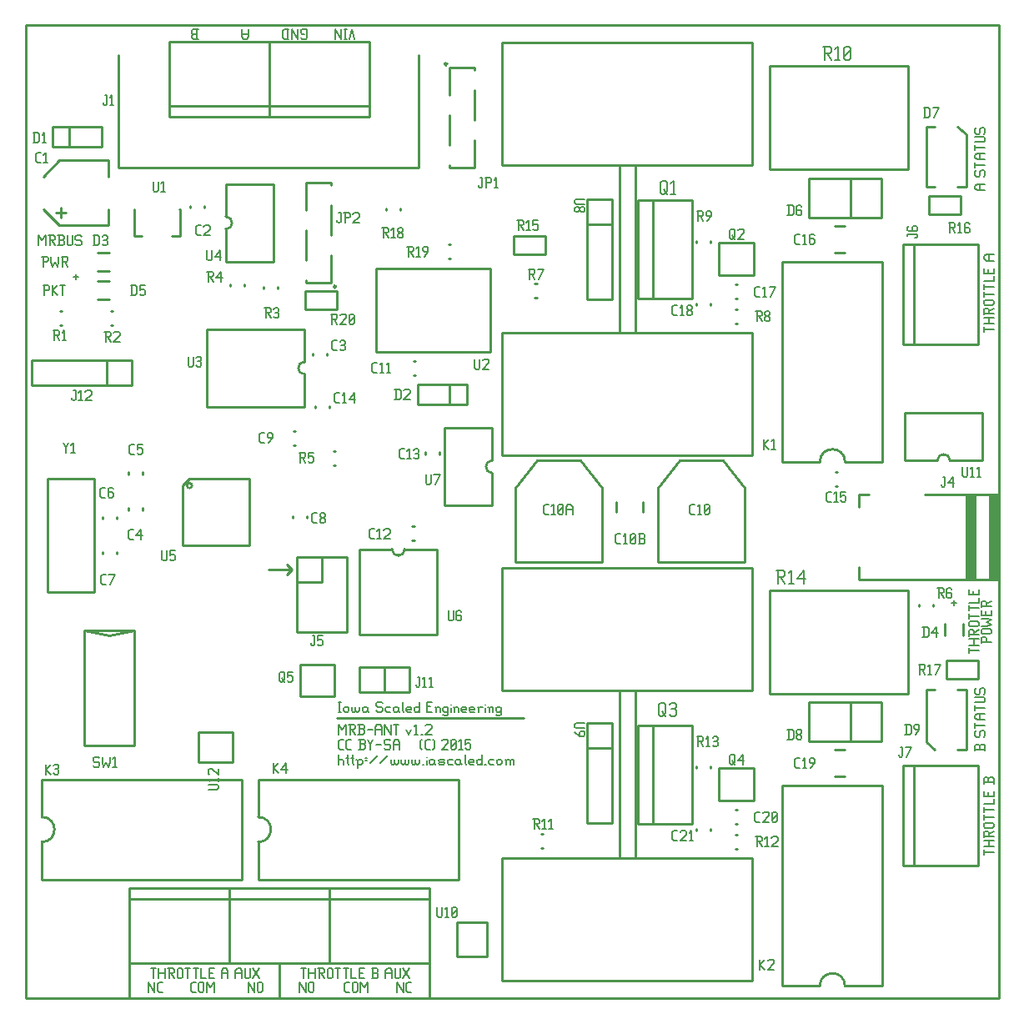
<source format=gbr>
G04 start of page 8 for group -4079 idx -4079 *
G04 Title: (unknown), topsilk *
G04 Creator: pcb 20140316 *
G04 CreationDate: Mon 02 Nov 2015 06:26:01 PM GMT UTC *
G04 For: ndholmes *
G04 Format: Gerber/RS-274X *
G04 PCB-Dimensions (mil): 3900.00 3900.00 *
G04 PCB-Coordinate-Origin: lower left *
%MOIN*%
%FSLAX25Y25*%
%LNTOPSILK*%
%ADD131C,0.0060*%
%ADD130C,0.0100*%
G54D130*X500Y389500D02*Y500D01*
X97500Y172000D02*X107000D01*
X105000Y174000D01*
X107000Y172000D02*X105000Y170000D01*
X389500Y500D02*Y389500D01*
X500D01*
X125000Y112500D02*X199500D01*
X500Y500D02*X389500D01*
X42000Y15000D02*Y500D01*
X102000Y14500D02*Y500D01*
X162000Y15000D02*Y500D01*
G54D131*X49500Y7000D02*Y3000D01*
Y7000D02*X52000Y3000D01*
Y7000D02*Y3000D01*
X53900D02*X55200D01*
X53200Y3700D02*X53900Y3000D01*
X53200Y6300D02*Y3700D01*
Y6300D02*X53900Y7000D01*
X55200D01*
X89500D02*Y3000D01*
Y7000D02*X92000Y3000D01*
Y7000D02*Y3000D01*
X93200Y6500D02*Y3500D01*
Y6500D02*X93700Y7000D01*
X94700D01*
X95200Y6500D01*
Y3500D01*
X94700Y3000D02*X95200Y3500D01*
X93700Y3000D02*X94700D01*
X93200Y3500D02*X93700Y3000D01*
X125500Y119000D02*X126500D01*
X126000D02*Y115000D01*
X125500D02*X126500D01*
X127700Y116500D02*Y115500D01*
Y116500D02*X128200Y117000D01*
X129200D01*
X129700Y116500D01*
Y115500D01*
X129200Y115000D02*X129700Y115500D01*
X128200Y115000D02*X129200D01*
X127700Y115500D02*X128200Y115000D01*
X130900Y117000D02*Y115500D01*
X131400Y115000D01*
X131900D01*
X132400Y115500D01*
Y117000D02*Y115500D01*
X132900Y115000D01*
X133400D01*
X133900Y115500D01*
Y117000D02*Y115500D01*
X136600Y117000D02*X137100Y116500D01*
X135600Y117000D02*X136600D01*
X135100Y116500D02*X135600Y117000D01*
X135100Y116500D02*Y115500D01*
X135600Y115000D01*
X137100Y117000D02*Y115500D01*
X137600Y115000D01*
X135600D02*X136600D01*
X137100Y115500D01*
X142600Y119000D02*X143100Y118500D01*
X141100Y119000D02*X142600D01*
X140600Y118500D02*X141100Y119000D01*
X140600Y118500D02*Y117500D01*
X141100Y117000D01*
X142600D01*
X143100Y116500D01*
Y115500D01*
X142600Y115000D02*X143100Y115500D01*
X141100Y115000D02*X142600D01*
X140600Y115500D02*X141100Y115000D01*
X144800Y117000D02*X146300D01*
X144300Y116500D02*X144800Y117000D01*
X144300Y116500D02*Y115500D01*
X144800Y115000D01*
X146300D01*
X149000Y117000D02*X149500Y116500D01*
X148000Y117000D02*X149000D01*
X147500Y116500D02*X148000Y117000D01*
X147500Y116500D02*Y115500D01*
X148000Y115000D01*
X149500Y117000D02*Y115500D01*
X150000Y115000D01*
X148000D02*X149000D01*
X149500Y115500D01*
X151200Y119000D02*Y115500D01*
X151700Y115000D01*
X153200D02*X154700D01*
X152700Y115500D02*X153200Y115000D01*
X152700Y116500D02*Y115500D01*
Y116500D02*X153200Y117000D01*
X154200D01*
X154700Y116500D01*
X152700Y116000D02*X154700D01*
Y116500D02*Y116000D01*
X157900Y119000D02*Y115000D01*
X157400D02*X157900Y115500D01*
X156400Y115000D02*X157400D01*
X155900Y115500D02*X156400Y115000D01*
X155900Y116500D02*Y115500D01*
Y116500D02*X156400Y117000D01*
X157400D01*
X157900Y116500D01*
X160900Y117200D02*X162400D01*
X160900Y115000D02*X162900D01*
X160900Y119000D02*Y115000D01*
Y119000D02*X162900D01*
X164600Y116500D02*Y115000D01*
Y116500D02*X165100Y117000D01*
X165600D01*
X166100Y116500D01*
Y115000D01*
X164100Y117000D02*X164600Y116500D01*
X168800Y117000D02*X169300Y116500D01*
X167800Y117000D02*X168800D01*
X167300Y116500D02*X167800Y117000D01*
X167300Y116500D02*Y115500D01*
X167800Y115000D01*
X168800D01*
X169300Y115500D01*
X167300Y114000D02*X167800Y113500D01*
X168800D01*
X169300Y114000D01*
Y117000D02*Y114000D01*
X170500Y118000D02*Y117900D01*
Y116500D02*Y115000D01*
X172000Y116500D02*Y115000D01*
Y116500D02*X172500Y117000D01*
X173000D01*
X173500Y116500D01*
Y115000D01*
X171500Y117000D02*X172000Y116500D01*
X175200Y115000D02*X176700D01*
X174700Y115500D02*X175200Y115000D01*
X174700Y116500D02*Y115500D01*
Y116500D02*X175200Y117000D01*
X176200D01*
X176700Y116500D01*
X174700Y116000D02*X176700D01*
Y116500D02*Y116000D01*
X178400Y115000D02*X179900D01*
X177900Y115500D02*X178400Y115000D01*
X177900Y116500D02*Y115500D01*
Y116500D02*X178400Y117000D01*
X179400D01*
X179900Y116500D01*
X177900Y116000D02*X179900D01*
Y116500D02*Y116000D01*
X181600Y116500D02*Y115000D01*
Y116500D02*X182100Y117000D01*
X183100D01*
X181100D02*X181600Y116500D01*
X184300Y118000D02*Y117900D01*
Y116500D02*Y115000D01*
X185800Y116500D02*Y115000D01*
Y116500D02*X186300Y117000D01*
X186800D01*
X187300Y116500D01*
Y115000D01*
X185300Y117000D02*X185800Y116500D01*
X190000Y117000D02*X190500Y116500D01*
X189000Y117000D02*X190000D01*
X188500Y116500D02*X189000Y117000D01*
X188500Y116500D02*Y115500D01*
X189000Y115000D01*
X190000D01*
X190500Y115500D01*
X188500Y114000D02*X189000Y113500D01*
X190000D01*
X190500Y114000D01*
Y117000D02*Y114000D01*
X126200Y100000D02*X127500D01*
X125500Y100700D02*X126200Y100000D01*
X125500Y103300D02*Y100700D01*
Y103300D02*X126200Y104000D01*
X127500D01*
X129400Y100000D02*X130700D01*
X128700Y100700D02*X129400Y100000D01*
X128700Y103300D02*Y100700D01*
Y103300D02*X129400Y104000D01*
X130700D01*
X133700Y100000D02*X135700D01*
X136200Y100500D01*
Y101700D02*Y100500D01*
X135700Y102200D02*X136200Y101700D01*
X134200Y102200D02*X135700D01*
X134200Y104000D02*Y100000D01*
X133700Y104000D02*X135700D01*
X136200Y103500D01*
Y102700D01*
X135700Y102200D02*X136200Y102700D01*
X137400Y104000D02*X138400Y102000D01*
X139400Y104000D01*
X138400Y102000D02*Y100000D01*
X140600Y102000D02*X142600D01*
X145800Y104000D02*X146300Y103500D01*
X144300Y104000D02*X145800D01*
X143800Y103500D02*X144300Y104000D01*
X143800Y103500D02*Y102500D01*
X144300Y102000D01*
X145800D01*
X146300Y101500D01*
Y100500D01*
X145800Y100000D02*X146300Y100500D01*
X144300Y100000D02*X145800D01*
X143800Y100500D02*X144300Y100000D01*
X147500Y103000D02*Y100000D01*
Y103000D02*X148200Y104000D01*
X149300D01*
X150000Y103000D01*
Y100000D01*
X147500Y102000D02*X150000D01*
X158400Y100500D02*X158900Y100000D01*
X158400Y103500D02*X158900Y104000D01*
X158400Y103500D02*Y100500D01*
X160800Y100000D02*X162100D01*
X160100Y100700D02*X160800Y100000D01*
X160100Y103300D02*Y100700D01*
Y103300D02*X160800Y104000D01*
X162100D01*
X163300D02*X163800Y103500D01*
Y100500D01*
X163300Y100000D02*X163800Y100500D01*
X166800Y103500D02*X167300Y104000D01*
X168800D01*
X169300Y103500D01*
Y102500D01*
X166800Y100000D02*X169300Y102500D01*
X166800Y100000D02*X169300D01*
X170500Y100500D02*X171000Y100000D01*
X170500Y103500D02*Y100500D01*
Y103500D02*X171000Y104000D01*
X172000D01*
X172500Y103500D01*
Y100500D01*
X172000Y100000D02*X172500Y100500D01*
X171000Y100000D02*X172000D01*
X170500Y101000D02*X172500Y103000D01*
X173700Y103200D02*X174500Y104000D01*
Y100000D01*
X173700D02*X175200D01*
X176400Y104000D02*X178400D01*
X176400D02*Y102000D01*
X176900Y102500D01*
X177900D01*
X178400Y102000D01*
Y100500D01*
X177900Y100000D02*X178400Y100500D01*
X176900Y100000D02*X177900D01*
X176400Y100500D02*X176900Y100000D01*
X125500Y98000D02*Y94000D01*
Y95500D02*X126000Y96000D01*
X127000D01*
X127500Y95500D01*
Y94000D01*
X129200Y98000D02*Y94500D01*
X129700Y94000D01*
X128700Y96500D02*X129700D01*
X131200Y98000D02*Y94500D01*
X131700Y94000D01*
X130700Y96500D02*X131700D01*
X133200Y95500D02*Y92500D01*
X132700Y96000D02*X133200Y95500D01*
X133700Y96000D01*
X134700D01*
X135200Y95500D01*
Y94500D01*
X134700Y94000D02*X135200Y94500D01*
X133700Y94000D02*X134700D01*
X133200Y94500D02*X133700Y94000D01*
X136400Y96500D02*X136900D01*
X136400Y95500D02*X136900D01*
X138100Y94500D02*X141100Y97500D01*
X142300Y94500D02*X145300Y97500D01*
X146500Y96000D02*Y94500D01*
X147000Y94000D01*
X147500D01*
X148000Y94500D01*
Y96000D02*Y94500D01*
X148500Y94000D01*
X149000D01*
X149500Y94500D01*
Y96000D02*Y94500D01*
X150700Y96000D02*Y94500D01*
X151200Y94000D01*
X151700D01*
X152200Y94500D01*
Y96000D02*Y94500D01*
X152700Y94000D01*
X153200D01*
X153700Y94500D01*
Y96000D02*Y94500D01*
X154900Y96000D02*Y94500D01*
X155400Y94000D01*
X155900D01*
X156400Y94500D01*
Y96000D02*Y94500D01*
X156900Y94000D01*
X157400D01*
X157900Y94500D01*
Y96000D02*Y94500D01*
X159100Y94000D02*X159600D01*
X160800Y97000D02*Y96900D01*
Y95500D02*Y94000D01*
X163300Y96000D02*X163800Y95500D01*
X162300Y96000D02*X163300D01*
X161800Y95500D02*X162300Y96000D01*
X161800Y95500D02*Y94500D01*
X162300Y94000D01*
X163800Y96000D02*Y94500D01*
X164300Y94000D01*
X162300D02*X163300D01*
X163800Y94500D01*
X166000Y94000D02*X167500D01*
X168000Y94500D01*
X167500Y95000D02*X168000Y94500D01*
X166000Y95000D02*X167500D01*
X165500Y95500D02*X166000Y95000D01*
X165500Y95500D02*X166000Y96000D01*
X167500D01*
X168000Y95500D01*
X165500Y94500D02*X166000Y94000D01*
X169700Y96000D02*X171200D01*
X169200Y95500D02*X169700Y96000D01*
X169200Y95500D02*Y94500D01*
X169700Y94000D01*
X171200D01*
X173900Y96000D02*X174400Y95500D01*
X172900Y96000D02*X173900D01*
X172400Y95500D02*X172900Y96000D01*
X172400Y95500D02*Y94500D01*
X172900Y94000D01*
X174400Y96000D02*Y94500D01*
X174900Y94000D01*
X172900D02*X173900D01*
X174400Y94500D01*
X176100Y98000D02*Y94500D01*
X176600Y94000D01*
X178100D02*X179600D01*
X177600Y94500D02*X178100Y94000D01*
X177600Y95500D02*Y94500D01*
Y95500D02*X178100Y96000D01*
X179100D01*
X179600Y95500D01*
X177600Y95000D02*X179600D01*
Y95500D02*Y95000D01*
X182800Y98000D02*Y94000D01*
X182300D02*X182800Y94500D01*
X181300Y94000D02*X182300D01*
X180800Y94500D02*X181300Y94000D01*
X180800Y95500D02*Y94500D01*
Y95500D02*X181300Y96000D01*
X182300D01*
X182800Y95500D01*
X184000Y94000D02*X184500D01*
X186200Y96000D02*X187700D01*
X185700Y95500D02*X186200Y96000D01*
X185700Y95500D02*Y94500D01*
X186200Y94000D01*
X187700D01*
X188900Y95500D02*Y94500D01*
Y95500D02*X189400Y96000D01*
X190400D01*
X190900Y95500D01*
Y94500D01*
X190400Y94000D02*X190900Y94500D01*
X189400Y94000D02*X190400D01*
X188900Y94500D02*X189400Y94000D01*
X192600Y95500D02*Y94000D01*
Y95500D02*X193100Y96000D01*
X193600D01*
X194100Y95500D01*
Y94000D01*
Y95500D02*X194600Y96000D01*
X195100D01*
X195600Y95500D01*
Y94000D01*
X192100Y96000D02*X192600Y95500D01*
X125500Y110000D02*Y106000D01*
Y110000D02*X127000Y108000D01*
X128500Y110000D01*
Y106000D01*
X129700Y110000D02*X131700D01*
X132200Y109500D01*
Y108500D01*
X131700Y108000D02*X132200Y108500D01*
X130200Y108000D02*X131700D01*
X130200Y110000D02*Y106000D01*
X131000Y108000D02*X132200Y106000D01*
X133400D02*X135400D01*
X135900Y106500D01*
Y107700D02*Y106500D01*
X135400Y108200D02*X135900Y107700D01*
X133900Y108200D02*X135400D01*
X133900Y110000D02*Y106000D01*
X133400Y110000D02*X135400D01*
X135900Y109500D01*
Y108700D01*
X135400Y108200D02*X135900Y108700D01*
X137100Y108000D02*X139100D01*
X140300Y109000D02*Y106000D01*
Y109000D02*X141000Y110000D01*
X142100D01*
X142800Y109000D01*
Y106000D01*
X140300Y108000D02*X142800D01*
X144000Y110000D02*Y106000D01*
Y110000D02*X146500Y106000D01*
Y110000D02*Y106000D01*
X147700Y110000D02*X149700D01*
X148700D02*Y106000D01*
X152700Y108000D02*X153700Y106000D01*
X154700Y108000D02*X153700Y106000D01*
X155900Y109200D02*X156700Y110000D01*
Y106000D01*
X155900D02*X157400D01*
X158600D02*X159100D01*
X160300Y109500D02*X160800Y110000D01*
X162300D01*
X162800Y109500D01*
Y108500D01*
X160300Y106000D02*X162800Y108500D01*
X160300Y106000D02*X162800D01*
X67200Y3000D02*X68500D01*
X66500Y3700D02*X67200Y3000D01*
X66500Y6300D02*Y3700D01*
Y6300D02*X67200Y7000D01*
X68500D01*
X69700Y6500D02*Y3500D01*
Y6500D02*X70200Y7000D01*
X71200D01*
X71700Y6500D01*
Y3500D01*
X71200Y3000D02*X71700Y3500D01*
X70200Y3000D02*X71200D01*
X69700Y3500D02*X70200Y3000D01*
X72900Y7000D02*Y3000D01*
Y7000D02*X74400Y5000D01*
X75900Y7000D01*
Y3000D01*
X50500Y12500D02*X52500D01*
X51500D02*Y8500D01*
X53700Y12500D02*Y8500D01*
X56200Y12500D02*Y8500D01*
X53700Y10500D02*X56200D01*
X57400Y12500D02*X59400D01*
X59900Y12000D01*
Y11000D01*
X59400Y10500D02*X59900Y11000D01*
X57900Y10500D02*X59400D01*
X57900Y12500D02*Y8500D01*
X58700Y10500D02*X59900Y8500D01*
X61100Y12000D02*Y9000D01*
Y12000D02*X61600Y12500D01*
X62600D01*
X63100Y12000D01*
Y9000D01*
X62600Y8500D02*X63100Y9000D01*
X61600Y8500D02*X62600D01*
X61100Y9000D02*X61600Y8500D01*
X64300Y12500D02*X66300D01*
X65300D02*Y8500D01*
X67500Y12500D02*X69500D01*
X68500D02*Y8500D01*
X70700Y12500D02*Y8500D01*
X72700D01*
X73900Y10700D02*X75400D01*
X73900Y8500D02*X75900D01*
X73900Y12500D02*Y8500D01*
Y12500D02*X75900D01*
X78900Y11500D02*Y8500D01*
Y11500D02*X79600Y12500D01*
X80700D01*
X81400Y11500D01*
Y8500D01*
X78900Y10500D02*X81400D01*
X84400Y11500D02*Y8500D01*
Y11500D02*X85100Y12500D01*
X86200D01*
X86900Y11500D01*
Y8500D01*
X84400Y10500D02*X86900D01*
X88100Y12500D02*Y9000D01*
X88600Y8500D01*
X89600D01*
X90100Y9000D01*
Y12500D02*Y9000D01*
X91300Y8500D02*X93800Y12500D01*
X91300D02*X93800Y8500D01*
X110500Y12500D02*X112500D01*
X111500D02*Y8500D01*
X113700Y12500D02*Y8500D01*
X116200Y12500D02*Y8500D01*
X113700Y10500D02*X116200D01*
X117400Y12500D02*X119400D01*
X119900Y12000D01*
Y11000D01*
X119400Y10500D02*X119900Y11000D01*
X117900Y10500D02*X119400D01*
X117900Y12500D02*Y8500D01*
X118700Y10500D02*X119900Y8500D01*
X121100Y12000D02*Y9000D01*
Y12000D02*X121600Y12500D01*
X122600D01*
X123100Y12000D01*
Y9000D01*
X122600Y8500D02*X123100Y9000D01*
X121600Y8500D02*X122600D01*
X121100Y9000D02*X121600Y8500D01*
X124300Y12500D02*X126300D01*
X125300D02*Y8500D01*
X127500Y12500D02*X129500D01*
X128500D02*Y8500D01*
X130700Y12500D02*Y8500D01*
X132700D01*
X133900Y10700D02*X135400D01*
X133900Y8500D02*X135900D01*
X133900Y12500D02*Y8500D01*
Y12500D02*X135900D01*
X138900Y8500D02*X140900D01*
X141400Y9000D01*
Y10200D02*Y9000D01*
X140900Y10700D02*X141400Y10200D01*
X139400Y10700D02*X140900D01*
X139400Y12500D02*Y8500D01*
X138900Y12500D02*X140900D01*
X141400Y12000D01*
Y11200D01*
X140900Y10700D02*X141400Y11200D01*
X144400Y11500D02*Y8500D01*
Y11500D02*X145100Y12500D01*
X146200D01*
X146900Y11500D01*
Y8500D01*
X144400Y10500D02*X146900D01*
X148100Y12500D02*Y9000D01*
X148600Y8500D01*
X149600D01*
X150100Y9000D01*
Y12500D02*Y9000D01*
X151300Y8500D02*X153800Y12500D01*
X151300D02*X153800Y8500D01*
X149000Y7000D02*Y3000D01*
Y7000D02*X151500Y3000D01*
Y7000D02*Y3000D01*
X153400D02*X154700D01*
X152700Y3700D02*X153400Y3000D01*
X152700Y6300D02*Y3700D01*
Y6300D02*X153400Y7000D01*
X154700D01*
X128700Y3000D02*X130000D01*
X128000Y3700D02*X128700Y3000D01*
X128000Y6300D02*Y3700D01*
Y6300D02*X128700Y7000D01*
X130000D01*
X131200Y6500D02*Y3500D01*
Y6500D02*X131700Y7000D01*
X132700D01*
X133200Y6500D01*
Y3500D01*
X132700Y3000D02*X133200Y3500D01*
X131700Y3000D02*X132700D01*
X131200Y3500D02*X131700Y3000D01*
X134400Y7000D02*Y3000D01*
Y7000D02*X135900Y5000D01*
X137400Y7000D01*
Y3000D01*
X110000Y7000D02*Y3000D01*
Y7000D02*X112500Y3000D01*
Y7000D02*Y3000D01*
X113700Y6500D02*Y3500D01*
Y6500D02*X114200Y7000D01*
X115200D01*
X115700Y6500D01*
Y3500D01*
X115200Y3000D02*X115700Y3500D01*
X114200Y3000D02*X115200D01*
X113700Y3500D02*X114200Y3000D01*
X383500Y60000D02*Y58000D01*
Y59000D02*X387500D01*
X383500Y61200D02*X387500D01*
X383500Y63700D02*X387500D01*
X385500D02*Y61200D01*
X383500Y66900D02*Y64900D01*
Y66900D02*X384000Y67400D01*
X385000D01*
X385500Y66900D02*X385000Y67400D01*
X385500Y66900D02*Y65400D01*
X383500D02*X387500D01*
X385500Y66200D02*X387500Y67400D01*
X384000Y68600D02*X387000D01*
X384000D02*X383500Y69100D01*
Y70100D02*Y69100D01*
Y70100D02*X384000Y70600D01*
X387000D01*
X387500Y70100D02*X387000Y70600D01*
X387500Y70100D02*Y69100D01*
X387000Y68600D02*X387500Y69100D01*
X383500Y73800D02*Y71800D01*
Y72800D02*X387500D01*
X383500Y77000D02*Y75000D01*
Y76000D02*X387500D01*
X383500Y78200D02*X387500D01*
Y80200D02*Y78200D01*
X385300Y82900D02*Y81400D01*
X387500Y83400D02*Y81400D01*
X383500D02*X387500D01*
X383500Y83400D02*Y81400D01*
X387500Y88400D02*Y86400D01*
Y88400D02*X387000Y88900D01*
X385800D02*X387000D01*
X385300Y88400D02*X385800Y88900D01*
X385300Y88400D02*Y86900D01*
X383500D02*X387500D01*
X383500Y88400D02*Y86400D01*
Y88400D02*X384000Y88900D01*
X384800D01*
X385300Y88400D02*X384800Y88900D01*
X384000Y101500D02*Y99500D01*
Y101500D02*X383500Y102000D01*
X382300D02*X383500D01*
X381800Y101500D02*X382300Y102000D01*
X381800Y101500D02*Y100000D01*
X380000D02*X384000D01*
X380000Y101500D02*Y99500D01*
Y101500D02*X380500Y102000D01*
X381300D01*
X381800Y101500D02*X381300Y102000D01*
X380000Y107000D02*X380500Y107500D01*
X380000Y107000D02*Y105500D01*
X380500Y105000D02*X380000Y105500D01*
X380500Y105000D02*X381500D01*
X382000Y105500D01*
Y107000D02*Y105500D01*
Y107000D02*X382500Y107500D01*
X383500D01*
X384000Y107000D02*X383500Y107500D01*
X384000Y107000D02*Y105500D01*
X383500Y105000D02*X384000Y105500D01*
X380000Y110700D02*Y108700D01*
Y109700D02*X384000D01*
X381000Y111900D02*X384000D01*
X381000D02*X380000Y112600D01*
Y113700D02*Y112600D01*
Y113700D02*X381000Y114400D01*
X384000D01*
X382000D02*Y111900D01*
X380000Y117600D02*Y115600D01*
Y116600D02*X384000D01*
X380000Y118800D02*X383500D01*
X384000Y119300D01*
Y120300D02*Y119300D01*
Y120300D02*X383500Y120800D01*
X380000D02*X383500D01*
X380000Y124000D02*X380500Y124500D01*
X380000Y124000D02*Y122500D01*
X380500Y122000D02*X380000Y122500D01*
X380500Y122000D02*X381500D01*
X382000Y122500D01*
Y124000D02*Y122500D01*
Y124000D02*X382500Y124500D01*
X383500D01*
X384000Y124000D02*X383500Y124500D01*
X384000Y124000D02*Y122500D01*
X383500Y122000D02*X384000Y122500D01*
X382500Y143000D02*X386500D01*
X382500Y144500D02*Y142500D01*
Y144500D02*X383000Y145000D01*
X384000D01*
X384500Y144500D02*X384000Y145000D01*
X384500Y144500D02*Y143000D01*
X383000Y146200D02*X386000D01*
X383000D02*X382500Y146700D01*
Y147700D02*Y146700D01*
Y147700D02*X383000Y148200D01*
X386000D01*
X386500Y147700D02*X386000Y148200D01*
X386500Y147700D02*Y146700D01*
X386000Y146200D02*X386500Y146700D01*
X382500Y149400D02*X384500D01*
X386500Y149900D01*
X384500Y150900D01*
X386500Y151900D01*
X384500Y152400D01*
X382500D02*X384500D01*
X384300Y155100D02*Y153600D01*
X386500Y155600D02*Y153600D01*
X382500D02*X386500D01*
X382500Y155600D02*Y153600D01*
Y158800D02*Y156800D01*
Y158800D02*X383000Y159300D01*
X384000D01*
X384500Y158800D02*X384000Y159300D01*
X384500Y158800D02*Y157300D01*
X382500D02*X386500D01*
X384500Y158100D02*X386500Y159300D01*
X377500Y140500D02*Y138500D01*
Y139500D02*X381500D01*
X377500Y141700D02*X381500D01*
X377500Y144200D02*X381500D01*
X379500D02*Y141700D01*
X377500Y147400D02*Y145400D01*
Y147400D02*X378000Y147900D01*
X379000D01*
X379500Y147400D02*X379000Y147900D01*
X379500Y147400D02*Y145900D01*
X377500D02*X381500D01*
X379500Y146700D02*X381500Y147900D01*
X378000Y149100D02*X381000D01*
X378000D02*X377500Y149600D01*
Y150600D02*Y149600D01*
Y150600D02*X378000Y151100D01*
X381000D01*
X381500Y150600D02*X381000Y151100D01*
X381500Y150600D02*Y149600D01*
X381000Y149100D02*X381500Y149600D01*
X377500Y154300D02*Y152300D01*
Y153300D02*X381500D01*
X377500Y157500D02*Y155500D01*
Y156500D02*X381500D01*
X377500Y158700D02*X381500D01*
Y160700D02*Y158700D01*
X379300Y163400D02*Y161900D01*
X381500Y163900D02*Y161900D01*
X377500D02*X381500D01*
X377500Y163900D02*Y161900D01*
X370500Y158500D02*X372500D01*
X371500Y159500D02*Y157500D01*
X7500Y297000D02*Y293000D01*
X7000Y297000D02*X9000D01*
X9500Y296500D01*
Y295500D01*
X9000Y295000D02*X9500Y295500D01*
X7500Y295000D02*X9000D01*
X10700Y297000D02*Y295000D01*
X11200Y293000D01*
X12200Y295000D01*
X13200Y293000D01*
X13700Y295000D01*
Y297000D02*Y295000D01*
X14900Y297000D02*X16900D01*
X17400Y296500D01*
Y295500D01*
X16900Y295000D02*X17400Y295500D01*
X15400Y295000D02*X16900D01*
X15400Y297000D02*Y293000D01*
X16200Y295000D02*X17400Y293000D01*
X8000Y285500D02*Y281500D01*
X7500Y285500D02*X9500D01*
X10000Y285000D01*
Y284000D01*
X9500Y283500D02*X10000Y284000D01*
X8000Y283500D02*X9500D01*
X11200Y285500D02*Y281500D01*
Y283500D02*X13200Y285500D01*
X11200Y283500D02*X13200Y281500D01*
X14400Y285500D02*X16400D01*
X15400D02*Y281500D01*
X19500Y289000D02*X21500D01*
X20500Y290000D02*Y288000D01*
X383500Y269000D02*Y267000D01*
Y268000D02*X387500D01*
X383500Y270200D02*X387500D01*
X383500Y272700D02*X387500D01*
X385500D02*Y270200D01*
X383500Y275900D02*Y273900D01*
Y275900D02*X384000Y276400D01*
X385000D01*
X385500Y275900D02*X385000Y276400D01*
X385500Y275900D02*Y274400D01*
X383500D02*X387500D01*
X385500Y275200D02*X387500Y276400D01*
X384000Y277600D02*X387000D01*
X384000D02*X383500Y278100D01*
Y279100D02*Y278100D01*
Y279100D02*X384000Y279600D01*
X387000D01*
X387500Y279100D02*X387000Y279600D01*
X387500Y279100D02*Y278100D01*
X387000Y277600D02*X387500Y278100D01*
X383500Y282800D02*Y280800D01*
Y281800D02*X387500D01*
X383500Y286000D02*Y284000D01*
Y285000D02*X387500D01*
X383500Y287200D02*X387500D01*
Y289200D02*Y287200D01*
X385300Y291900D02*Y290400D01*
X387500Y292400D02*Y290400D01*
X383500D02*X387500D01*
X383500Y292400D02*Y290400D01*
X384500Y295400D02*X387500D01*
X384500D02*X383500Y296100D01*
Y297200D02*Y296100D01*
Y297200D02*X384500Y297900D01*
X387500D01*
X385500D02*Y295400D01*
X132000Y384000D02*X131000Y388000D01*
X130000Y384000D01*
X127800D02*X128800D01*
X128300Y388000D02*Y384000D01*
X127800Y388000D02*X128800D01*
X126600D02*Y384000D01*
X124100Y388000D01*
Y384000D01*
X111000D02*X110500Y384500D01*
X111000Y384000D02*X112500D01*
X113000Y384500D02*X112500Y384000D01*
X113000Y387500D02*Y384500D01*
Y387500D02*X112500Y388000D01*
X111000D02*X112500D01*
X111000D02*X110500Y387500D01*
Y386500D01*
X111000Y386000D02*X110500Y386500D01*
X111000Y386000D02*X112000D01*
X109300Y388000D02*Y384000D01*
X106800Y388000D01*
Y384000D01*
X105100Y388000D02*Y384000D01*
X103800D02*X103100Y384700D01*
Y387300D02*Y384700D01*
X103800Y388000D02*X103100Y387300D01*
X103800Y388000D02*X105600D01*
X103800Y384000D02*X105600D01*
X89500Y388000D02*Y385000D01*
X88800Y384000D01*
X87700D02*X88800D01*
X87700D02*X87000Y385000D01*
Y388000D02*Y385000D01*
Y386000D02*X89500D01*
X67500Y388000D02*X69500D01*
X67500D02*X67000Y387500D01*
Y386300D01*
X67500Y385800D02*X67000Y386300D01*
X67500Y385800D02*X69000D01*
Y388000D02*Y384000D01*
X67500D02*X69500D01*
X67500D02*X67000Y384500D01*
Y385300D02*Y384500D01*
X67500Y385800D02*X67000Y385300D01*
X5500Y305500D02*Y301500D01*
Y305500D02*X7000Y303500D01*
X8500Y305500D01*
Y301500D01*
X9700Y305500D02*X11700D01*
X12200Y305000D01*
Y304000D01*
X11700Y303500D02*X12200Y304000D01*
X10200Y303500D02*X11700D01*
X10200Y305500D02*Y301500D01*
X11000Y303500D02*X12200Y301500D01*
X13400D02*X15400D01*
X15900Y302000D01*
Y303200D02*Y302000D01*
X15400Y303700D02*X15900Y303200D01*
X13900Y303700D02*X15400D01*
X13900Y305500D02*Y301500D01*
X13400Y305500D02*X15400D01*
X15900Y305000D01*
Y304200D01*
X15400Y303700D02*X15900Y304200D01*
X17100Y305500D02*Y302000D01*
X17600Y301500D01*
X18600D01*
X19100Y302000D01*
Y305500D02*Y302000D01*
X22300Y305500D02*X22800Y305000D01*
X20800Y305500D02*X22300D01*
X20300Y305000D02*X20800Y305500D01*
X20300Y305000D02*Y304000D01*
X20800Y303500D01*
X22300D01*
X22800Y303000D01*
Y302000D01*
X22300Y301500D02*X22800Y302000D01*
X20800Y301500D02*X22300D01*
X20300Y302000D02*X20800Y301500D01*
X381000Y323500D02*X384000D01*
X381000D02*X380000Y324200D01*
Y325300D02*Y324200D01*
Y325300D02*X381000Y326000D01*
X384000D01*
X382000D02*Y323500D01*
X380000Y331000D02*X380500Y331500D01*
X380000Y331000D02*Y329500D01*
X380500Y329000D02*X380000Y329500D01*
X380500Y329000D02*X381500D01*
X382000Y329500D01*
Y331000D02*Y329500D01*
Y331000D02*X382500Y331500D01*
X383500D01*
X384000Y331000D02*X383500Y331500D01*
X384000Y331000D02*Y329500D01*
X383500Y329000D02*X384000Y329500D01*
X380000Y334700D02*Y332700D01*
Y333700D02*X384000D01*
X381000Y335900D02*X384000D01*
X381000D02*X380000Y336600D01*
Y337700D02*Y336600D01*
Y337700D02*X381000Y338400D01*
X384000D01*
X382000D02*Y335900D01*
X380000Y341600D02*Y339600D01*
Y340600D02*X384000D01*
X380000Y342800D02*X383500D01*
X384000Y343300D01*
Y344300D02*Y343300D01*
Y344300D02*X383500Y344800D01*
X380000D02*X383500D01*
X380000Y348000D02*X380500Y348500D01*
X380000Y348000D02*Y346500D01*
X380500Y346000D02*X380000Y346500D01*
X380500Y346000D02*X381500D01*
X382000Y346500D01*
Y348000D02*Y346500D01*
Y348000D02*X382500Y348500D01*
X383500D01*
X384000Y348000D02*X383500Y348500D01*
X384000Y348000D02*Y346500D01*
X383500Y346000D02*X384000Y346500D01*
G54D130*X361701Y321241D02*X374299D01*
Y313759D01*
X361701D01*
Y321241D01*
X360500Y349000D02*Y325000D01*
X376500Y346000D02*Y325000D01*
X373000D02*X376500D01*
X360500D02*X364000D01*
X360500Y349000D02*X364000D01*
X376500Y346000D02*X373000Y349000D01*
X191000Y217500D02*X291000D01*
X191000Y382500D02*X291000D01*
Y333500D01*
Y266500D02*Y217500D01*
X191000Y382500D02*Y333500D01*
Y266500D02*Y217500D01*
X237900Y333500D02*Y266500D01*
X244100Y333500D02*Y266500D01*
X191000Y333500D02*X291000D01*
X191000Y266500D02*X291000D01*
X266843Y319685D02*Y280315D01*
X245189Y319685D02*Y280315D01*
X251095Y319685D02*Y280315D01*
X245189Y319685D02*X266843D01*
X245189Y280315D02*X266843D01*
X268745Y303393D02*Y302607D01*
X274255Y303393D02*Y302607D01*
Y278393D02*Y277607D01*
X268745Y278393D02*Y277607D01*
X225000Y320000D02*Y280000D01*
X235000D01*
Y320000D01*
X225000D01*
Y310000D02*X235000D01*
Y320000D01*
X381300Y302000D02*Y262000D01*
X351300Y302000D02*Y262000D01*
X355700Y302000D02*Y262000D01*
X351300D02*X381300D01*
X351300Y302000D02*X381300D01*
X297900Y373200D02*X353100D01*
X297900Y331800D02*X353100D01*
X297900Y373200D02*Y331800D01*
X353100Y373200D02*Y331800D01*
X313433Y328374D02*X342567D01*
Y312626D01*
X313433D01*
Y328374D01*
X330400Y312626D02*Y328374D01*
X324032Y298686D02*X327968D01*
X324032Y309314D02*X327968D01*
X284107Y280245D02*X284893D01*
X284107Y285755D02*X284893D01*
X277600Y302500D02*X291500D01*
X277600D02*Y289700D01*
X291500D01*
Y302500D02*Y289700D01*
X195701Y297759D02*X208299D01*
X195701Y305241D02*Y297759D01*
Y305241D02*X208299D01*
Y297759D01*
X150255Y316393D02*Y315607D01*
X144745Y316393D02*Y315607D01*
X169607Y301755D02*X170393D01*
X169607Y296245D02*X170393D01*
X204064Y286255D02*X204850D01*
X204064Y280745D02*X204850D01*
X297900Y163700D02*X353100D01*
X297900Y122300D02*X353100D01*
X297900Y163700D02*Y122300D01*
X353100Y163700D02*Y122300D01*
X357745Y157893D02*Y157107D01*
X363255Y157893D02*Y157107D01*
X360000Y202000D02*X389500D01*
Y168000D01*
X333500D02*X389500D01*
X333500Y173000D02*Y168000D01*
Y202000D02*X337500D01*
X333500D02*Y197000D01*
X389500Y202000D02*Y168000D01*
X389000Y202000D02*Y168000D01*
X388500Y202000D02*Y168000D01*
X388000Y202000D02*Y168000D01*
X387500Y202000D02*Y168000D01*
X387000Y202000D02*Y168000D01*
X386500Y202000D02*Y168000D01*
X386000Y202000D02*Y168000D01*
X376500Y202000D02*Y168000D01*
X377000Y202000D02*Y168000D01*
X377500Y202000D02*Y168000D01*
X378000Y202000D02*Y168000D01*
X378500Y202000D02*Y168000D01*
X379000Y202000D02*Y168000D01*
X379500Y202000D02*Y168000D01*
X380000Y202000D02*Y168000D01*
X324107Y205245D02*X324893D01*
X324107Y210755D02*X324893D01*
X368701Y135741D02*X381299D01*
Y128259D01*
X368701D01*
Y135741D01*
X367760Y150362D02*Y145638D01*
X375240Y150362D02*Y145638D01*
X343000Y295000D02*Y215000D01*
X303000Y295000D02*X343000D01*
X303000D02*Y215000D01*
X328000D02*X343000D01*
X303000D02*X318000D01*
X328000D02*G75*G03X318000Y215000I-5000J0D01*G01*
X284107Y275755D02*X284893D01*
X284107Y270245D02*X284893D01*
X279100Y215600D02*X287800Y204700D01*
Y174800D01*
X253200D02*X287800D01*
X253200Y204700D02*Y174800D01*
Y204700D02*X261900Y215600D01*
X279100D01*
X247314Y198968D02*Y195032D01*
X236686Y198968D02*Y195032D01*
X168000Y228500D02*X187000D01*
X168000D02*Y197500D01*
X187000D01*
Y228500D02*Y215500D01*
Y210500D02*Y197500D01*
Y215500D02*G75*G03X187000Y210500I0J-2500D01*G01*
X155064Y189255D02*X155850D01*
X155064Y183745D02*X155850D01*
X383000Y234500D02*Y215500D01*
X352000Y234500D02*X383000D01*
X352000D02*Y215500D01*
X370000D02*X383000D01*
X352000D02*X365000D01*
X370000D02*G75*G03X365000Y215500I-2500J0D01*G01*
X381300Y93500D02*Y53500D01*
X351300Y93500D02*Y53500D01*
X355700Y93500D02*Y53500D01*
X351300D02*X381300D01*
X351300Y93500D02*X381300D01*
X343000Y85500D02*Y5500D01*
X303000Y85500D02*X343000D01*
X303000D02*Y5500D01*
X328000D02*X343000D01*
X303000D02*X318000D01*
X328000D02*G75*G03X318000Y5500I-5000J0D01*G01*
X313433Y118874D02*X342567D01*
Y103126D01*
X313433D01*
Y118874D01*
X330400Y103126D02*Y118874D01*
X266843Y109685D02*Y70315D01*
X245189Y109685D02*Y70315D01*
X251095Y109685D02*Y70315D01*
X245189Y109685D02*X266843D01*
X245189Y70315D02*X266843D01*
X268745Y93393D02*Y92607D01*
X274255Y93393D02*Y92607D01*
X324032Y89186D02*X327968D01*
X324032Y99814D02*X327968D01*
X284107Y65755D02*X284893D01*
X284107Y60245D02*X284893D01*
X274255Y68393D02*Y67607D01*
X268745Y68393D02*Y67607D01*
X284107Y70245D02*X284893D01*
X284107Y75755D02*X284893D01*
X277600Y92500D02*X291500D01*
X277600D02*Y79700D01*
X291500D01*
Y92500D02*Y79700D01*
X376500Y124000D02*Y100000D01*
X360500Y124000D02*Y103000D01*
Y124000D02*X364000D01*
X373000D02*X376500D01*
X373000Y100000D02*X376500D01*
X360500Y103000D02*X364000Y100000D01*
X170000Y372500D02*X180000D01*
Y332500D02*X170000D01*
X180000Y372500D02*Y371500D01*
Y363500D02*Y351500D01*
Y343500D02*Y332500D01*
X170000D02*Y333500D01*
Y341500D02*Y353500D01*
Y361500D02*Y372500D01*
X168000Y374000D02*G75*G03X168000Y374000I500J0D01*G01*
X33492Y309508D02*Y316004D01*
Y335492D02*Y328996D01*
X14004Y335492D02*X33492D01*
X14004Y309508D02*X33492D01*
X14004Y335492D02*X7508Y328996D01*
X14004Y309508D02*X7508Y316004D01*
X14500Y316500D02*Y312500D01*
X16500Y314500D02*X12500D01*
X29138Y279760D02*X33862D01*
X29138Y287240D02*X33862D01*
X29138Y291260D02*X33862D01*
X29138Y298740D02*X33862D01*
X11200Y341000D02*X30900D01*
X11200Y349000D02*X30900D01*
X11200D02*Y341000D01*
X30900Y349000D02*Y341000D01*
X18000Y349000D02*Y341000D01*
X3000Y255500D02*X43000D01*
X3000D02*Y245500D01*
X43000D01*
Y255500D02*Y245500D01*
X33000Y255500D02*Y245500D01*
X43000D01*
X157100Y246000D02*X176800D01*
X157100Y238000D02*X176800D01*
Y246000D02*Y238000D01*
X157100Y246000D02*Y238000D01*
X170000Y246000D02*Y238000D01*
X186335Y292374D02*X140665D01*
X186335Y258910D02*X140665D01*
X186335Y292374D02*Y258910D01*
X140665Y292374D02*Y258910D01*
X155607Y255255D02*X156393D01*
X155607Y249745D02*X156393D01*
X37500Y377500D02*Y332500D01*
X157500Y377500D02*Y332500D01*
X37500D02*X157500D01*
X58000Y382800D02*X98000D01*
X58000Y352800D02*X98000D01*
X58000Y357200D02*X98000D01*
Y382800D02*Y352800D01*
X58000Y382800D02*Y352800D01*
X98000Y382800D02*X138000D01*
X98000Y352800D02*X138000D01*
X98000Y357200D02*X138000D01*
Y382800D02*Y352800D01*
X98000Y382800D02*Y352800D01*
X87755Y285893D02*Y285107D01*
X82245Y285893D02*Y285107D01*
X101255Y284893D02*Y284107D01*
X95745Y284893D02*Y284107D01*
X66245Y317393D02*Y316607D01*
X71755Y317393D02*Y316607D01*
X62250Y315980D02*Y305350D01*
X43750Y315980D02*Y305350D01*
X59000D02*X62250D01*
X43750D02*X47000D01*
X62071Y315980D02*X62250D01*
X43750D02*X43929D01*
X80500Y295000D02*X99500D01*
Y326000D02*Y295000D01*
X80500Y326000D02*X99500D01*
X80500Y308000D02*Y295000D01*
Y326000D02*Y313000D01*
Y308000D02*G75*G03X80500Y313000I0J2500D01*G01*
X112500Y286500D02*X122500D01*
X112500Y326500D02*X122500D01*
X112500Y287500D02*Y286500D01*
Y307500D02*Y295500D01*
Y326500D02*Y315500D01*
X122500Y326500D02*Y325500D01*
Y317500D02*Y305500D01*
Y297500D02*Y286500D01*
X124500Y285000D02*G75*G03X124500Y285000I-500J0D01*G01*
X112201Y283241D02*X124799D01*
Y275759D01*
X112201D02*X124799D01*
X112201Y283241D02*Y275759D01*
X115245Y258393D02*Y257607D01*
X120755Y258393D02*Y257607D01*
X34607Y275255D02*X35393D01*
X34607Y269745D02*X35393D01*
X41745Y196436D02*Y195650D01*
X47255Y196436D02*Y195650D01*
X41745Y210850D02*Y210064D01*
X47255Y210850D02*Y210064D01*
X31245Y192893D02*Y192107D01*
X36755Y192893D02*Y192107D01*
X14107Y275255D02*X14893D01*
X14107Y269745D02*X14893D01*
X73000Y268000D02*X112000D01*
X73000D02*Y237000D01*
X112000D01*
Y268000D02*Y255000D01*
Y250000D02*Y237000D01*
Y255000D02*G75*G03X112000Y250000I0J-2500D01*G01*
X121755Y237393D02*Y236607D01*
X116245Y237393D02*Y236607D01*
X107607Y227255D02*X108393D01*
X107607Y221745D02*X108393D01*
X44000Y101500D02*X24000D01*
X44000D02*Y147500D01*
X24000D02*Y101500D01*
Y147500D02*X44000D01*
X34000Y145500D01*
X24000Y147500D02*X34000Y145500D01*
X36755Y178893D02*Y178107D01*
X31245Y178893D02*Y178107D01*
X27850Y208138D02*Y162862D01*
X9150D02*X27850D01*
X9150Y208138D02*Y162862D01*
Y208138D02*X27850D01*
X66021Y208379D02*X89879D01*
Y181621D01*
X63121D02*X89879D01*
X63121Y205479D02*Y181621D01*
Y205479D02*X66021Y208379D01*
X65021Y205479D02*G75*G03X65021Y205479I1000J0D01*G01*
X160245Y218850D02*Y218064D01*
X165755Y218850D02*Y218064D01*
X222100Y215600D02*X230800Y204700D01*
Y174800D01*
X196200D02*X230800D01*
X196200Y204700D02*Y174800D01*
Y204700D02*X204900Y215600D01*
X222100D01*
X123607Y219255D02*X124393D01*
X123607Y213745D02*X124393D01*
X173000Y31000D02*Y17100D01*
X184800D01*
Y31000D01*
X173000D01*
X82000Y14700D02*X122000D01*
X82000Y44700D02*X122000D01*
X82000Y40300D02*X122000D01*
X82000Y44700D02*Y14700D01*
X122000Y44700D02*Y14700D01*
X42000D02*X82000D01*
X42000Y44700D02*X82000D01*
X42000Y40300D02*X82000D01*
X42000Y44700D02*Y14700D01*
X82000Y44700D02*Y14700D01*
X122000D02*X162000D01*
X122000Y44700D02*X162000D01*
X122000Y40300D02*X162000D01*
X122000Y44700D02*Y14700D01*
X162000Y44700D02*Y14700D01*
X7000Y48000D02*X87000D01*
Y88000D02*Y48000D01*
X7000Y88000D02*X87000D01*
X7000Y63000D02*Y48000D01*
Y88000D02*Y73000D01*
Y63000D02*G75*G03X7000Y73000I0J5000D01*G01*
X93500Y48000D02*X173500D01*
Y88000D02*Y48000D01*
X93500Y88000D02*X173500D01*
X93500Y63000D02*Y48000D01*
Y88000D02*Y73000D01*
Y63000D02*G75*G03X93500Y73000I0J5000D01*G01*
X69500Y95000D02*X83400D01*
Y106800D02*Y95000D01*
X69500Y106800D02*X83400D01*
X69500D02*Y95000D01*
X206564Y66255D02*X207350D01*
X206564Y60745D02*X207350D01*
X107245Y193393D02*Y192607D01*
X112755Y193393D02*Y192607D01*
X134000Y133000D02*X154000D01*
X134000D02*Y123000D01*
X154000D01*
Y133000D02*Y123000D01*
X144000Y133000D02*Y123000D01*
X154000D01*
X110100Y134000D02*X124000D01*
X110100D02*Y121200D01*
X124000D01*
Y134000D02*Y121200D01*
X109000Y177000D02*Y147000D01*
X129000D01*
Y177000D01*
X109000D01*
Y167000D02*X119000D01*
Y177000D01*
X134000Y180000D02*Y146000D01*
X165000D01*
Y180000D01*
X134000D02*X147000D01*
X165000D02*X152000D01*
X147000D02*G75*G03X152000Y180000I2500J0D01*G01*
X225000Y110500D02*Y70500D01*
X235000D01*
Y110500D01*
X225000D01*
Y100500D02*X235000D01*
Y110500D01*
X191000Y7500D02*X291000D01*
X191000Y172500D02*X291000D01*
Y123500D01*
Y56500D02*Y7500D01*
X191000Y172500D02*Y123500D01*
Y56500D02*Y7500D01*
X237900Y123500D02*Y56500D01*
X244100Y123500D02*Y56500D01*
X191000Y123500D02*X291000D01*
X191000Y56500D02*X291000D01*
G54D131*X350200Y101000D02*X351000D01*
Y97500D01*
X350500Y97000D02*X351000Y97500D01*
X350000Y97000D02*X350500D01*
X349500Y97500D02*X350000Y97000D01*
X349500Y98000D02*Y97500D01*
X352700Y97000D02*X354700Y101000D01*
X352200D02*X354700D01*
X294000Y16000D02*Y12000D01*
Y14000D02*X296000Y16000D01*
X294000Y14000D02*X296000Y12000D01*
X297200Y15500D02*X297700Y16000D01*
X299200D01*
X299700Y15500D01*
Y14500D01*
X297200Y12000D02*X299700Y14500D01*
X297200Y12000D02*X299700D01*
X308700Y92500D02*X310000D01*
X308000Y93200D02*X308700Y92500D01*
X308000Y95800D02*Y93200D01*
Y95800D02*X308700Y96500D01*
X310000D01*
X311200Y95700D02*X312000Y96500D01*
Y92500D01*
X311200D02*X312700D01*
X314400D02*X315900Y94500D01*
Y96000D02*Y94500D01*
X315400Y96500D02*X315900Y96000D01*
X314400Y96500D02*X315400D01*
X313900Y96000D02*X314400Y96500D01*
X313900Y96000D02*Y95000D01*
X314400Y94500D01*
X315900D01*
X292700Y71000D02*X294000D01*
X292000Y71700D02*X292700Y71000D01*
X292000Y74300D02*Y71700D01*
Y74300D02*X292700Y75000D01*
X294000D01*
X295200Y74500D02*X295700Y75000D01*
X297200D01*
X297700Y74500D01*
Y73500D01*
X295200Y71000D02*X297700Y73500D01*
X295200Y71000D02*X297700D01*
X298900Y71500D02*X299400Y71000D01*
X298900Y74500D02*Y71500D01*
Y74500D02*X299400Y75000D01*
X300400D01*
X300900Y74500D01*
Y71500D01*
X300400Y71000D02*X300900Y71500D01*
X299400Y71000D02*X300400D01*
X298900Y72000D02*X300900Y74000D01*
X305500Y108000D02*Y104000D01*
X306800Y108000D02*X307500Y107300D01*
Y104700D01*
X306800Y104000D02*X307500Y104700D01*
X305000Y104000D02*X306800D01*
X305000Y108000D02*X306800D01*
X308700Y104500D02*X309200Y104000D01*
X308700Y105300D02*Y104500D01*
Y105300D02*X309400Y106000D01*
X310000D01*
X310700Y105300D01*
Y104500D01*
X310200Y104000D02*X310700Y104500D01*
X309200Y104000D02*X310200D01*
X308700Y106700D02*X309400Y106000D01*
X308700Y107500D02*Y106700D01*
Y107500D02*X309200Y108000D01*
X310200D01*
X310700Y107500D01*
Y106700D01*
X310000Y106000D02*X310700Y106700D01*
X352500Y110000D02*Y106000D01*
X353800Y110000D02*X354500Y109300D01*
Y106700D01*
X353800Y106000D02*X354500Y106700D01*
X352000Y106000D02*X353800D01*
X352000Y110000D02*X353800D01*
X356200Y106000D02*X357700Y108000D01*
Y109500D02*Y108000D01*
X357200Y110000D02*X357700Y109500D01*
X356200Y110000D02*X357200D01*
X355700Y109500D02*X356200Y110000D01*
X355700Y109500D02*Y108500D01*
X356200Y108000D01*
X357700D01*
X292307Y65150D02*X294307D01*
X294807Y64650D01*
Y63650D01*
X294307Y63150D02*X294807Y63650D01*
X292807Y63150D02*X294307D01*
X292807Y65150D02*Y61150D01*
X293607Y63150D02*X294807Y61150D01*
X296007Y64350D02*X296807Y65150D01*
Y61150D01*
X296007D02*X297507D01*
X298707Y64650D02*X299207Y65150D01*
X300707D01*
X301207Y64650D01*
Y63650D01*
X298707Y61150D02*X301207Y63650D01*
X298707Y61150D02*X301207D01*
X259700Y63500D02*X261000D01*
X259000Y64200D02*X259700Y63500D01*
X259000Y66800D02*Y64200D01*
Y66800D02*X259700Y67500D01*
X261000D01*
X262200Y67000D02*X262700Y67500D01*
X264200D01*
X264700Y67000D01*
Y66000D01*
X262200Y63500D02*X264700Y66000D01*
X262200Y63500D02*X264700D01*
X265900Y66700D02*X266700Y67500D01*
Y63500D01*
X265900D02*X267400D01*
X268807Y105150D02*X270807D01*
X271307Y104650D01*
Y103650D01*
X270807Y103150D02*X271307Y103650D01*
X269307Y103150D02*X270807D01*
X269307Y105150D02*Y101150D01*
X270107Y103150D02*X271307Y101150D01*
X272507Y104350D02*X273307Y105150D01*
Y101150D01*
X272507D02*X274007D01*
X275207Y104650D02*X275707Y105150D01*
X276707D01*
X277207Y104650D01*
X276707Y101150D02*X277207Y101650D01*
X275707Y101150D02*X276707D01*
X275207Y101650D02*X275707Y101150D01*
Y103350D02*X276707D01*
X277207Y104650D02*Y103850D01*
Y102850D02*Y101650D01*
Y102850D02*X276707Y103350D01*
X277207Y103850D02*X276707Y103350D01*
X282000Y97500D02*Y94500D01*
Y97500D02*X282500Y98000D01*
X283500D01*
X284000Y97500D01*
Y95000D01*
X283000Y94000D02*X284000Y95000D01*
X282500Y94000D02*X283000D01*
X282000Y94500D02*X282500Y94000D01*
X283000Y95500D02*X284000Y94000D01*
X285200Y95500D02*X287200Y98000D01*
X285200Y95500D02*X287700D01*
X287200Y98000D02*Y94000D01*
X150464Y216150D02*X151764D01*
X149764Y216850D02*X150464Y216150D01*
X149764Y219450D02*Y216850D01*
Y219450D02*X150464Y220150D01*
X151764D01*
X152964Y219350D02*X153764Y220150D01*
Y216150D01*
X152964D02*X154464D01*
X155664Y219650D02*X156164Y220150D01*
X157164D01*
X157664Y219650D01*
X157164Y216150D02*X157664Y216650D01*
X156164Y216150D02*X157164D01*
X155664Y216650D02*X156164Y216150D01*
Y218350D02*X157164D01*
X157664Y219650D02*Y218850D01*
Y217850D02*Y216650D01*
Y217850D02*X157164Y218350D01*
X157664Y218850D02*X157164Y218350D01*
X160500Y210000D02*Y206500D01*
X161000Y206000D01*
X162000D01*
X162500Y206500D01*
Y210000D02*Y206500D01*
X164200Y206000D02*X166200Y210000D01*
X163700D02*X166200D01*
X138464Y184150D02*X139764D01*
X137764Y184850D02*X138464Y184150D01*
X137764Y187450D02*Y184850D01*
Y187450D02*X138464Y188150D01*
X139764D01*
X140964Y187350D02*X141764Y188150D01*
Y184150D01*
X140964D02*X142464D01*
X143664Y187650D02*X144164Y188150D01*
X145664D01*
X146164Y187650D01*
Y186650D01*
X143664Y184150D02*X146164Y186650D01*
X143664Y184150D02*X146164D01*
X99500Y94500D02*Y90500D01*
Y92500D02*X101500Y94500D01*
X99500Y92500D02*X101500Y90500D01*
X102700Y92000D02*X104700Y94500D01*
X102700Y92000D02*X105200D01*
X104700Y94500D02*Y90500D01*
X102000Y130500D02*Y127500D01*
Y130500D02*X102500Y131000D01*
X103500D01*
X104000Y130500D01*
Y128000D01*
X103000Y127000D02*X104000Y128000D01*
X102500Y127000D02*X103000D01*
X102000Y127500D02*X102500Y127000D01*
X103000Y128500D02*X104000Y127000D01*
X105200Y131000D02*X107200D01*
X105200D02*Y129000D01*
X105700Y129500D01*
X106700D01*
X107200Y129000D01*
Y127500D01*
X106700Y127000D02*X107200Y127500D01*
X105700Y127000D02*X106700D01*
X105200Y127500D02*X105700Y127000D01*
X109807Y218650D02*X111807D01*
X112307Y218150D01*
Y217150D01*
X111807Y216650D02*X112307Y217150D01*
X110307Y216650D02*X111807D01*
X110307Y218650D02*Y214650D01*
X111107Y216650D02*X112307Y214650D01*
X113507Y218650D02*X115507D01*
X113507D02*Y216650D01*
X114007Y217150D01*
X115007D01*
X115507Y216650D01*
Y215150D01*
X115007Y214650D02*X115507Y215150D01*
X114007Y214650D02*X115007D01*
X113507Y215150D02*X114007Y214650D01*
X42243Y184000D02*X43543D01*
X41543Y184700D02*X42243Y184000D01*
X41543Y187300D02*Y184700D01*
Y187300D02*X42243Y188000D01*
X43543D01*
X44743Y185500D02*X46743Y188000D01*
X44743Y185500D02*X47243D01*
X46743Y188000D02*Y184000D01*
X115700Y190500D02*X117000D01*
X115000Y191200D02*X115700Y190500D01*
X115000Y193800D02*Y191200D01*
Y193800D02*X115700Y194500D01*
X117000D01*
X118200Y191000D02*X118700Y190500D01*
X118200Y191800D02*Y191000D01*
Y191800D02*X118900Y192500D01*
X119500D01*
X120200Y191800D01*
Y191000D01*
X119700Y190500D02*X120200Y191000D01*
X118700Y190500D02*X119700D01*
X118200Y193200D02*X118900Y192500D01*
X118200Y194000D02*Y193200D01*
Y194000D02*X118700Y194500D01*
X119700D01*
X120200Y194000D01*
Y193200D01*
X119500Y192500D02*X120200Y193200D01*
X31007Y200693D02*X32307D01*
X30307Y201393D02*X31007Y200693D01*
X30307Y203993D02*Y201393D01*
Y203993D02*X31007Y204693D01*
X32307D01*
X35007D02*X35507Y204193D01*
X34007Y204693D02*X35007D01*
X33507Y204193D02*X34007Y204693D01*
X33507Y204193D02*Y201193D01*
X34007Y200693D01*
X35007Y202893D02*X35507Y202393D01*
X33507Y202893D02*X35007D01*
X34007Y200693D02*X35007D01*
X35507Y201193D01*
Y202393D02*Y201193D01*
X31200Y166000D02*X32500D01*
X30500Y166700D02*X31200Y166000D01*
X30500Y169300D02*Y166700D01*
Y169300D02*X31200Y170000D01*
X32500D01*
X34200Y166000D02*X36200Y170000D01*
X33700D02*X36200D01*
X55000Y179500D02*Y176000D01*
X55500Y175500D01*
X56500D01*
X57000Y176000D01*
Y179500D02*Y176000D01*
X58200Y179500D02*X60200D01*
X58200D02*Y177500D01*
X58700Y178000D01*
X59700D01*
X60200Y177500D01*
Y176000D01*
X59700Y175500D02*X60200Y176000D01*
X58700Y175500D02*X59700D01*
X58200Y176000D02*X58700Y175500D01*
X115200Y145500D02*X116000D01*
Y142000D01*
X115500Y141500D02*X116000Y142000D01*
X115000Y141500D02*X115500D01*
X114500Y142000D02*X115000Y141500D01*
X114500Y142500D02*Y142000D01*
X117200Y145500D02*X119200D01*
X117200D02*Y143500D01*
X117700Y144000D01*
X118700D01*
X119200Y143500D01*
Y142000D01*
X118700Y141500D02*X119200Y142000D01*
X117700Y141500D02*X118700D01*
X117200Y142000D02*X117700Y141500D01*
X203264Y72150D02*X205264D01*
X205764Y71650D01*
Y70650D01*
X205264Y70150D02*X205764Y70650D01*
X203764Y70150D02*X205264D01*
X203764Y72150D02*Y68150D01*
X204564Y70150D02*X205764Y68150D01*
X206964Y71350D02*X207764Y72150D01*
Y68150D01*
X206964D02*X208464D01*
X209664Y71350D02*X210464Y72150D01*
Y68150D01*
X209664D02*X211164D01*
X208200Y194000D02*X209500D01*
X207500Y194700D02*X208200Y194000D01*
X207500Y197300D02*Y194700D01*
Y197300D02*X208200Y198000D01*
X209500D01*
X210700Y197200D02*X211500Y198000D01*
Y194000D01*
X210700D02*X212200D01*
X213400Y194500D02*X213900Y194000D01*
X213400Y197500D02*Y194500D01*
Y197500D02*X213900Y198000D01*
X214900D01*
X215400Y197500D01*
Y194500D01*
X214900Y194000D02*X215400Y194500D01*
X213900Y194000D02*X214900D01*
X213400Y195000D02*X215400Y197000D01*
X216600D02*Y194000D01*
Y197000D02*X217300Y198000D01*
X218400D01*
X219100Y197000D01*
Y194000D01*
X216600Y196000D02*X219100D01*
X157200Y129000D02*X158000D01*
Y125500D01*
X157500Y125000D02*X158000Y125500D01*
X157000Y125000D02*X157500D01*
X156500Y125500D02*X157000Y125000D01*
X156500Y126000D02*Y125500D01*
X159200Y128200D02*X160000Y129000D01*
Y125000D01*
X159200D02*X160700D01*
X161900Y128200D02*X162700Y129000D01*
Y125000D01*
X161900D02*X163400D01*
X169500Y155500D02*Y152000D01*
X170000Y151500D01*
X171000D01*
X171500Y152000D01*
Y155500D02*Y152000D01*
X174200Y155500D02*X174700Y155000D01*
X173200Y155500D02*X174200D01*
X172700Y155000D02*X173200Y155500D01*
X172700Y155000D02*Y152000D01*
X173200Y151500D01*
X174200Y153700D02*X174700Y153200D01*
X172700Y153700D02*X174200D01*
X173200Y151500D02*X174200D01*
X174700Y152000D01*
Y153200D02*Y152000D01*
X220500Y110500D02*X224000D01*
X220500D02*X220000Y110000D01*
Y109000D01*
X220500Y108500D01*
X224000D01*
X220000Y106800D02*X222000Y105300D01*
X223500D01*
X224000Y105800D02*X223500Y105300D01*
X224000Y106800D02*Y105800D01*
X223500Y107300D02*X224000Y106800D01*
X222500Y107300D02*X223500D01*
X222500D02*X222000Y106800D01*
Y105300D01*
X165000Y37000D02*Y33500D01*
X165500Y33000D01*
X166500D01*
X167000Y33500D01*
Y37000D02*Y33500D01*
X168200Y36200D02*X169000Y37000D01*
Y33000D01*
X168200D02*X169700D01*
X170900Y33500D02*X171400Y33000D01*
X170900Y36500D02*Y33500D01*
Y36500D02*X171400Y37000D01*
X172400D01*
X172900Y36500D01*
Y33500D01*
X172400Y33000D02*X172900Y33500D01*
X171400Y33000D02*X172400D01*
X170900Y34000D02*X172900Y36000D01*
X8500Y94000D02*Y90000D01*
Y92000D02*X10500Y94000D01*
X8500Y92000D02*X10500Y90000D01*
X11700Y93500D02*X12200Y94000D01*
X13200D01*
X13700Y93500D01*
X13200Y90000D02*X13700Y90500D01*
X12200Y90000D02*X13200D01*
X11700Y90500D02*X12200Y90000D01*
Y92200D02*X13200D01*
X13700Y93500D02*Y92700D01*
Y91700D02*Y90500D01*
Y91700D02*X13200Y92200D01*
X13700Y92700D02*X13200Y92200D01*
X29500Y97000D02*X30000Y96500D01*
X28000Y97000D02*X29500D01*
X27500Y96500D02*X28000Y97000D01*
X27500Y96500D02*Y95500D01*
X28000Y95000D01*
X29500D01*
X30000Y94500D01*
Y93500D01*
X29500Y93000D02*X30000Y93500D01*
X28000Y93000D02*X29500D01*
X27500Y93500D02*X28000Y93000D01*
X31200Y97000D02*Y95000D01*
X31700Y93000D01*
X32700Y95000D01*
X33700Y93000D01*
X34200Y95000D01*
Y97000D02*Y95000D01*
X35400Y96200D02*X36200Y97000D01*
Y93000D01*
X35400D02*X36900D01*
X73500Y84000D02*X77000D01*
X77500Y84500D01*
Y85500D02*Y84500D01*
Y85500D02*X77000Y86000D01*
X73500D02*X77000D01*
X74300Y87200D02*X73500Y88000D01*
X77500D01*
Y88700D02*Y87200D01*
X74000Y89900D02*X73500Y90400D01*
Y91900D02*Y90400D01*
Y91900D02*X74000Y92400D01*
X75000D01*
X77500Y89900D02*X75000Y92400D01*
X77500D02*Y89900D01*
X300500Y171670D02*X303160D01*
X303825Y171005D01*
Y169675D01*
X303160Y169010D02*X303825Y169675D01*
X301165Y169010D02*X303160D01*
X301165Y171670D02*Y166350D01*
X302229Y169010D02*X303825Y166350D01*
X305421Y170606D02*X306485Y171670D01*
Y166350D01*
X305421D02*X307416D01*
X309012Y168345D02*X311672Y171670D01*
X309012Y168345D02*X312337D01*
X311672Y171670D02*Y166350D01*
X253500Y118005D02*Y114015D01*
Y118005D02*X254165Y118670D01*
X255495D01*
X256160Y118005D01*
Y114680D01*
X254830Y113350D02*X256160Y114680D01*
X254165Y113350D02*X254830D01*
X253500Y114015D02*X254165Y113350D01*
X254830Y115345D02*X256160Y113350D01*
X257756Y118005D02*X258421Y118670D01*
X259751D01*
X260416Y118005D01*
X259751Y113350D02*X260416Y114015D01*
X258421Y113350D02*X259751D01*
X257756Y114015D02*X258421Y113350D01*
Y116276D02*X259751D01*
X260416Y118005D02*Y116941D01*
Y115611D02*Y114015D01*
Y115611D02*X259751Y116276D01*
X260416Y116941D02*X259751Y116276D01*
X266700Y194000D02*X268000D01*
X266000Y194700D02*X266700Y194000D01*
X266000Y197300D02*Y194700D01*
Y197300D02*X266700Y198000D01*
X268000D01*
X269200Y197200D02*X270000Y198000D01*
Y194000D01*
X269200D02*X270700D01*
X271900Y194500D02*X272400Y194000D01*
X271900Y197500D02*Y194500D01*
Y197500D02*X272400Y198000D01*
X273400D01*
X273900Y197500D01*
Y194500D01*
X273400Y194000D02*X273900Y194500D01*
X272400Y194000D02*X273400D01*
X271900Y195000D02*X273900Y197000D01*
X321200Y199000D02*X322500D01*
X320500Y199700D02*X321200Y199000D01*
X320500Y202300D02*Y199700D01*
Y202300D02*X321200Y203000D01*
X322500D01*
X323700Y202200D02*X324500Y203000D01*
Y199000D01*
X323700D02*X325200D01*
X326400Y203000D02*X328400D01*
X326400D02*Y201000D01*
X326900Y201500D01*
X327900D01*
X328400Y201000D01*
Y199500D01*
X327900Y199000D02*X328400Y199500D01*
X326900Y199000D02*X327900D01*
X326400Y199500D02*X326900Y199000D01*
X375000Y213000D02*Y209500D01*
X375500Y209000D01*
X376500D01*
X377000Y209500D01*
Y213000D02*Y209500D01*
X378200Y212200D02*X379000Y213000D01*
Y209000D01*
X378200D02*X379700D01*
X380900Y212200D02*X381700Y213000D01*
Y209000D01*
X380900D02*X382400D01*
X365000Y164500D02*X367000D01*
X367500Y164000D01*
Y163000D01*
X367000Y162500D02*X367500Y163000D01*
X365500Y162500D02*X367000D01*
X365500Y164500D02*Y160500D01*
X366300Y162500D02*X367500Y160500D01*
X370200Y164500D02*X370700Y164000D01*
X369200Y164500D02*X370200D01*
X368700Y164000D02*X369200Y164500D01*
X368700Y164000D02*Y161000D01*
X369200Y160500D01*
X370200Y162700D02*X370700Y162200D01*
X368700Y162700D02*X370200D01*
X369200Y160500D02*X370200D01*
X370700Y161000D01*
Y162200D02*Y161000D01*
X367200Y209000D02*X368000D01*
Y205500D01*
X367500Y205000D02*X368000Y205500D01*
X367000Y205000D02*X367500D01*
X366500Y205500D02*X367000Y205000D01*
X366500Y206000D02*Y205500D01*
X369200Y206500D02*X371200Y209000D01*
X369200Y206500D02*X371700D01*
X371200Y209000D02*Y205000D01*
X357500Y134000D02*X359500D01*
X360000Y133500D01*
Y132500D01*
X359500Y132000D02*X360000Y132500D01*
X358000Y132000D02*X359500D01*
X358000Y134000D02*Y130000D01*
X358800Y132000D02*X360000Y130000D01*
X361200Y133200D02*X362000Y134000D01*
Y130000D01*
X361200D02*X362700D01*
X364400D02*X366400Y134000D01*
X363900D02*X366400D01*
X359500Y149000D02*Y145000D01*
X360800Y149000D02*X361500Y148300D01*
Y145700D01*
X360800Y145000D02*X361500Y145700D01*
X359000Y145000D02*X360800D01*
X359000Y149000D02*X360800D01*
X362700Y146500D02*X364700Y149000D01*
X362700Y146500D02*X365200D01*
X364700Y149000D02*Y145000D01*
X237050Y182150D02*X238350D01*
X236350Y182850D02*X237050Y182150D01*
X236350Y185450D02*Y182850D01*
Y185450D02*X237050Y186150D01*
X238350D01*
X239550Y185350D02*X240350Y186150D01*
Y182150D01*
X239550D02*X241050D01*
X242250Y182650D02*X242750Y182150D01*
X242250Y185650D02*Y182650D01*
Y185650D02*X242750Y186150D01*
X243750D01*
X244250Y185650D01*
Y182650D01*
X243750Y182150D02*X244250Y182650D01*
X242750Y182150D02*X243750D01*
X242250Y183150D02*X244250Y185150D01*
X245450Y182150D02*X247450D01*
X247950Y182650D01*
Y183850D02*Y182650D01*
X247450Y184350D02*X247950Y183850D01*
X245950Y184350D02*X247450D01*
X245950Y186150D02*Y182150D01*
X245450Y186150D02*X247450D01*
X247950Y185650D01*
Y184850D01*
X247450Y184350D02*X247950Y184850D01*
X369500Y310500D02*X371500D01*
X372000Y310000D01*
Y309000D01*
X371500Y308500D02*X372000Y309000D01*
X370000Y308500D02*X371500D01*
X370000Y310500D02*Y306500D01*
X370800Y308500D02*X372000Y306500D01*
X373200Y309700D02*X374000Y310500D01*
Y306500D01*
X373200D02*X374700D01*
X377400Y310500D02*X377900Y310000D01*
X376400Y310500D02*X377400D01*
X375900Y310000D02*X376400Y310500D01*
X375900Y310000D02*Y307000D01*
X376400Y306500D01*
X377400Y308700D02*X377900Y308200D01*
X375900Y308700D02*X377400D01*
X376400Y306500D02*X377400D01*
X377900Y307000D01*
Y308200D02*Y307000D01*
X360000Y356500D02*Y352500D01*
X361300Y356500D02*X362000Y355800D01*
Y353200D01*
X361300Y352500D02*X362000Y353200D01*
X359500Y352500D02*X361300D01*
X359500Y356500D02*X361300D01*
X363700Y352500D02*X365700Y356500D01*
X363200D02*X365700D01*
X353000Y306000D02*Y305200D01*
Y306000D02*X356500D01*
X357000Y305500D02*X356500Y306000D01*
X357000Y305500D02*Y305000D01*
X356500Y304500D02*X357000Y305000D01*
X356000Y304500D02*X356500D01*
X353000Y308700D02*X353500Y309200D01*
X353000Y308700D02*Y307700D01*
X353500Y307200D02*X353000Y307700D01*
X353500Y307200D02*X356500D01*
X357000Y307700D01*
X354800Y308700D02*X355300Y309200D01*
X354800Y308700D02*Y307200D01*
X357000Y308700D02*Y307700D01*
Y308700D02*X356500Y309200D01*
X355300D02*X356500D01*
X319158Y380855D02*X321818D01*
X322483Y380190D01*
Y378860D01*
X321818Y378195D02*X322483Y378860D01*
X319823Y378195D02*X321818D01*
X319823Y380855D02*Y375535D01*
X320887Y378195D02*X322483Y375535D01*
X324079Y379791D02*X325143Y380855D01*
Y375535D01*
X324079D02*X326074D01*
X327670Y376200D02*X328335Y375535D01*
X327670Y380190D02*Y376200D01*
Y380190D02*X328335Y380855D01*
X329665D01*
X330330Y380190D01*
Y376200D01*
X329665Y375535D02*X330330Y376200D01*
X328335Y375535D02*X329665D01*
X327670Y376865D02*X330330Y379525D01*
X182200Y328500D02*X183000D01*
Y325000D01*
X182500Y324500D02*X183000Y325000D01*
X182000Y324500D02*X182500D01*
X181500Y325000D02*X182000Y324500D01*
X181500Y325500D02*Y325000D01*
X184700Y328500D02*Y324500D01*
X184200Y328500D02*X186200D01*
X186700Y328000D01*
Y327000D01*
X186200Y326500D02*X186700Y327000D01*
X184700Y326500D02*X186200D01*
X187900Y327700D02*X188700Y328500D01*
Y324500D01*
X187900D02*X189400D01*
X254158Y326690D02*Y322700D01*
Y326690D02*X254823Y327355D01*
X256153D01*
X256818Y326690D01*
Y323365D01*
X255488Y322035D02*X256818Y323365D01*
X254823Y322035D02*X255488D01*
X254158Y322700D02*X254823Y322035D01*
X255488Y324030D02*X256818Y322035D01*
X258414Y326291D02*X259478Y327355D01*
Y322035D01*
X258414D02*X260409D01*
X268807Y315150D02*X270807D01*
X271307Y314650D01*
Y313650D01*
X270807Y313150D02*X271307Y313650D01*
X269307Y313150D02*X270807D01*
X269307Y315150D02*Y311150D01*
X270107Y313150D02*X271307Y311150D01*
X273007D02*X274507Y313150D01*
Y314650D02*Y313150D01*
X274007Y315150D02*X274507Y314650D01*
X273007Y315150D02*X274007D01*
X272507Y314650D02*X273007Y315150D01*
X272507Y314650D02*Y313650D01*
X273007Y313150D01*
X274507D01*
X259700Y273500D02*X261000D01*
X259000Y274200D02*X259700Y273500D01*
X259000Y276800D02*Y274200D01*
Y276800D02*X259700Y277500D01*
X261000D01*
X262200Y276700D02*X263000Y277500D01*
Y273500D01*
X262200D02*X263700D01*
X264900Y274000D02*X265400Y273500D01*
X264900Y274800D02*Y274000D01*
Y274800D02*X265600Y275500D01*
X266200D01*
X266900Y274800D01*
Y274000D01*
X266400Y273500D02*X266900Y274000D01*
X265400Y273500D02*X266400D01*
X264900Y276200D02*X265600Y275500D01*
X264900Y277000D02*Y276200D01*
Y277000D02*X265400Y277500D01*
X266400D01*
X266900Y277000D01*
Y276200D01*
X266200Y275500D02*X266900Y276200D01*
X292700Y281000D02*X294000D01*
X292000Y281700D02*X292700Y281000D01*
X292000Y284300D02*Y281700D01*
Y284300D02*X292700Y285000D01*
X294000D01*
X295200Y284200D02*X296000Y285000D01*
Y281000D01*
X295200D02*X296700D01*
X298400D02*X300400Y285000D01*
X297900D02*X300400D01*
X282000Y307500D02*Y304500D01*
Y307500D02*X282500Y308000D01*
X283500D01*
X284000Y307500D01*
Y305000D01*
X283000Y304000D02*X284000Y305000D01*
X282500Y304000D02*X283000D01*
X282000Y304500D02*X282500Y304000D01*
X283000Y305500D02*X284000Y304000D01*
X285200Y307500D02*X285700Y308000D01*
X287200D01*
X287700Y307500D01*
Y306500D01*
X285200Y304000D02*X287700Y306500D01*
X285200Y304000D02*X287700D01*
X305500Y317500D02*Y313500D01*
X306800Y317500D02*X307500Y316800D01*
Y314200D01*
X306800Y313500D02*X307500Y314200D01*
X305000Y313500D02*X306800D01*
X305000Y317500D02*X306800D01*
X310200D02*X310700Y317000D01*
X309200Y317500D02*X310200D01*
X308700Y317000D02*X309200Y317500D01*
X308700Y317000D02*Y314000D01*
X309200Y313500D01*
X310200Y315700D02*X310700Y315200D01*
X308700Y315700D02*X310200D01*
X309200Y313500D02*X310200D01*
X310700Y314000D01*
Y315200D02*Y314000D01*
X308700Y302000D02*X310000D01*
X308000Y302700D02*X308700Y302000D01*
X308000Y305300D02*Y302700D01*
Y305300D02*X308700Y306000D01*
X310000D01*
X311200Y305200D02*X312000Y306000D01*
Y302000D01*
X311200D02*X312700D01*
X315400Y306000D02*X315900Y305500D01*
X314400Y306000D02*X315400D01*
X313900Y305500D02*X314400Y306000D01*
X313900Y305500D02*Y302500D01*
X314400Y302000D01*
X315400Y304200D02*X315900Y303700D01*
X313900Y304200D02*X315400D01*
X314400Y302000D02*X315400D01*
X315900Y302500D01*
Y303700D02*Y302500D01*
X220500Y320000D02*X224000D01*
X220500D02*X220000Y319500D01*
Y318500D01*
X220500Y318000D01*
X224000D01*
X220500Y316800D02*X220000Y316300D01*
X220500Y316800D02*X221300D01*
X222000Y316100D01*
Y315500D01*
X221300Y314800D01*
X220500D02*X221300D01*
X220000Y315300D02*X220500Y314800D01*
X220000Y316300D02*Y315300D01*
X222700Y316800D02*X222000Y316100D01*
X222700Y316800D02*X223500D01*
X224000Y316300D01*
Y315300D01*
X223500Y314800D01*
X222700D02*X223500D01*
X222000Y315500D02*X222700Y314800D01*
X197000Y311500D02*X199000D01*
X199500Y311000D01*
Y310000D01*
X199000Y309500D02*X199500Y310000D01*
X197500Y309500D02*X199000D01*
X197500Y311500D02*Y307500D01*
X198300Y309500D02*X199500Y307500D01*
X200700Y310700D02*X201500Y311500D01*
Y307500D01*
X200700D02*X202200D01*
X203400Y311500D02*X205400D01*
X203400D02*Y309500D01*
X203900Y310000D01*
X204900D01*
X205400Y309500D01*
Y308000D01*
X204900Y307500D02*X205400Y308000D01*
X203900Y307500D02*X204900D01*
X203400Y308000D02*X203900Y307500D01*
X143000Y308500D02*X145000D01*
X145500Y308000D01*
Y307000D01*
X145000Y306500D02*X145500Y307000D01*
X143500Y306500D02*X145000D01*
X143500Y308500D02*Y304500D01*
X144300Y306500D02*X145500Y304500D01*
X146700Y307700D02*X147500Y308500D01*
Y304500D01*
X146700D02*X148200D01*
X149400Y305000D02*X149900Y304500D01*
X149400Y305800D02*Y305000D01*
Y305800D02*X150100Y306500D01*
X150700D01*
X151400Y305800D01*
Y305000D01*
X150900Y304500D02*X151400Y305000D01*
X149900Y304500D02*X150900D01*
X149400Y307200D02*X150100Y306500D01*
X149400Y308000D02*Y307200D01*
Y308000D02*X149900Y308500D01*
X150900D01*
X151400Y308000D01*
Y307200D01*
X150700Y306500D02*X151400Y307200D01*
X153000Y301000D02*X155000D01*
X155500Y300500D01*
Y299500D01*
X155000Y299000D02*X155500Y299500D01*
X153500Y299000D02*X155000D01*
X153500Y301000D02*Y297000D01*
X154300Y299000D02*X155500Y297000D01*
X156700Y300200D02*X157500Y301000D01*
Y297000D01*
X156700D02*X158200D01*
X159900D02*X161400Y299000D01*
Y300500D02*Y299000D01*
X160900Y301000D02*X161400Y300500D01*
X159900Y301000D02*X160900D01*
X159400Y300500D02*X159900Y301000D01*
X159400Y300500D02*Y299500D01*
X159900Y299000D01*
X161400D01*
X201457Y292000D02*X203457D01*
X203957Y291500D01*
Y290500D01*
X203457Y290000D02*X203957Y290500D01*
X201957Y290000D02*X203457D01*
X201957Y292000D02*Y288000D01*
X202757Y290000D02*X203957Y288000D01*
X205657D02*X207657Y292000D01*
X205157D02*X207657D01*
X295500Y224000D02*Y220000D01*
Y222000D02*X297500Y224000D01*
X295500Y222000D02*X297500Y220000D01*
X298700Y223200D02*X299500Y224000D01*
Y220000D01*
X298700D02*X300200D01*
X292307Y275150D02*X294307D01*
X294807Y274650D01*
Y273650D01*
X294307Y273150D02*X294807Y273650D01*
X292807Y273150D02*X294307D01*
X292807Y275150D02*Y271150D01*
X293607Y273150D02*X294807Y271150D01*
X296007Y271650D02*X296507Y271150D01*
X296007Y272450D02*Y271650D01*
Y272450D02*X296707Y273150D01*
X297307D01*
X298007Y272450D01*
Y271650D01*
X297507Y271150D02*X298007Y271650D01*
X296507Y271150D02*X297507D01*
X296007Y273850D02*X296707Y273150D01*
X296007Y274650D02*Y273850D01*
Y274650D02*X296507Y275150D01*
X297507D01*
X298007Y274650D01*
Y273850D01*
X297307Y273150D02*X298007Y273850D01*
X32000Y267000D02*X34000D01*
X34500Y266500D01*
Y265500D01*
X34000Y265000D02*X34500Y265500D01*
X32500Y265000D02*X34000D01*
X32500Y267000D02*Y263000D01*
X33300Y265000D02*X34500Y263000D01*
X35700Y266500D02*X36200Y267000D01*
X37700D01*
X38200Y266500D01*
Y265500D01*
X35700Y263000D02*X38200Y265500D01*
X35700Y263000D02*X38200D01*
X42657Y218000D02*X43957D01*
X41957Y218700D02*X42657Y218000D01*
X41957Y221300D02*Y218700D01*
Y221300D02*X42657Y222000D01*
X43957D01*
X45157D02*X47157D01*
X45157D02*Y220000D01*
X45657Y220500D01*
X46657D01*
X47157Y220000D01*
Y218500D01*
X46657Y218000D02*X47157Y218500D01*
X45657Y218000D02*X46657D01*
X45157Y218500D02*X45657Y218000D01*
X11500Y267500D02*X13500D01*
X14000Y267000D01*
Y266000D01*
X13500Y265500D02*X14000Y266000D01*
X12000Y265500D02*X13500D01*
X12000Y267500D02*Y263500D01*
X12800Y265500D02*X14000Y263500D01*
X15200Y266700D02*X16000Y267500D01*
Y263500D01*
X15200D02*X16700D01*
X15500Y222500D02*X16500Y220500D01*
X17500Y222500D01*
X16500Y220500D02*Y218500D01*
X18700Y221700D02*X19500Y222500D01*
Y218500D01*
X18700D02*X20200D01*
X19700Y243500D02*X20500D01*
Y240000D01*
X20000Y239500D02*X20500Y240000D01*
X19500Y239500D02*X20000D01*
X19000Y240000D02*X19500Y239500D01*
X19000Y240500D02*Y240000D01*
X21700Y242700D02*X22500Y243500D01*
Y239500D01*
X21700D02*X23200D01*
X24400Y243000D02*X24900Y243500D01*
X26400D01*
X26900Y243000D01*
Y242000D01*
X24400Y239500D02*X26900Y242000D01*
X24400Y239500D02*X26900D01*
X148500Y244000D02*Y240000D01*
X149800Y244000D02*X150500Y243300D01*
Y240700D01*
X149800Y240000D02*X150500Y240700D01*
X148000Y240000D02*X149800D01*
X148000Y244000D02*X149800D01*
X151700Y243500D02*X152200Y244000D01*
X153700D01*
X154200Y243500D01*
Y242500D01*
X151700Y240000D02*X154200Y242500D01*
X151700Y240000D02*X154200D01*
X139593Y250650D02*X140893D01*
X138893Y251350D02*X139593Y250650D01*
X138893Y253950D02*Y251350D01*
Y253950D02*X139593Y254650D01*
X140893D01*
X142093Y253850D02*X142893Y254650D01*
Y250650D01*
X142093D02*X143593D01*
X144793Y253850D02*X145593Y254650D01*
Y250650D01*
X144793D02*X146293D01*
X122500Y274000D02*X124500D01*
X125000Y273500D01*
Y272500D01*
X124500Y272000D02*X125000Y272500D01*
X123000Y272000D02*X124500D01*
X123000Y274000D02*Y270000D01*
X123800Y272000D02*X125000Y270000D01*
X126200Y273500D02*X126700Y274000D01*
X128200D01*
X128700Y273500D01*
Y272500D01*
X126200Y270000D02*X128700Y272500D01*
X126200Y270000D02*X128700D01*
X129900Y270500D02*X130400Y270000D01*
X129900Y273500D02*Y270500D01*
Y273500D02*X130400Y274000D01*
X131400D01*
X131900Y273500D01*
Y270500D01*
X131400Y270000D02*X131900Y270500D01*
X130400Y270000D02*X131400D01*
X129900Y271000D02*X131900Y273000D01*
X124700Y238500D02*X126000D01*
X124000Y239200D02*X124700Y238500D01*
X124000Y241800D02*Y239200D01*
Y241800D02*X124700Y242500D01*
X126000D01*
X127200Y241700D02*X128000Y242500D01*
Y238500D01*
X127200D02*X128700D01*
X129900Y240000D02*X131900Y242500D01*
X129900Y240000D02*X132400D01*
X131900Y242500D02*Y238500D01*
X94700Y222500D02*X96000D01*
X94000Y223200D02*X94700Y222500D01*
X94000Y225800D02*Y223200D01*
Y225800D02*X94700Y226500D01*
X96000D01*
X97700Y222500D02*X99200Y224500D01*
Y226000D02*Y224500D01*
X98700Y226500D02*X99200Y226000D01*
X97700Y226500D02*X98700D01*
X97200Y226000D02*X97700Y226500D01*
X97200Y226000D02*Y225000D01*
X97700Y224500D01*
X99200D01*
X123700Y259500D02*X125000D01*
X123000Y260200D02*X123700Y259500D01*
X123000Y262800D02*Y260200D01*
Y262800D02*X123700Y263500D01*
X125000D01*
X126200Y263000D02*X126700Y263500D01*
X127700D01*
X128200Y263000D01*
X127700Y259500D02*X128200Y260000D01*
X126700Y259500D02*X127700D01*
X126200Y260000D02*X126700Y259500D01*
Y261700D02*X127700D01*
X128200Y263000D02*Y262200D01*
Y261200D02*Y260000D01*
Y261200D02*X127700Y261700D01*
X128200Y262200D02*X127700Y261700D01*
X180000Y256000D02*Y252500D01*
X180500Y252000D01*
X181500D01*
X182000Y252500D01*
Y256000D02*Y252500D01*
X183200Y255500D02*X183700Y256000D01*
X185200D01*
X185700Y255500D01*
Y254500D01*
X183200Y252000D02*X185700Y254500D01*
X183200Y252000D02*X185700D01*
X65500Y257000D02*Y253500D01*
X66000Y253000D01*
X67000D01*
X67500Y253500D01*
Y257000D02*Y253500D01*
X68700Y256500D02*X69200Y257000D01*
X70200D01*
X70700Y256500D01*
X70200Y253000D02*X70700Y253500D01*
X69200Y253000D02*X70200D01*
X68700Y253500D02*X69200Y253000D01*
Y255200D02*X70200D01*
X70700Y256500D02*Y255700D01*
Y254700D02*Y253500D01*
Y254700D02*X70200Y255200D01*
X70700Y255700D02*X70200Y255200D01*
X32200Y361500D02*X33000D01*
Y358000D01*
X32500Y357500D02*X33000Y358000D01*
X32000Y357500D02*X32500D01*
X31500Y358000D02*X32000Y357500D01*
X31500Y358500D02*Y358000D01*
X34200Y360700D02*X35000Y361500D01*
Y357500D01*
X34200D02*X35700D01*
X5200Y334500D02*X6500D01*
X4500Y335200D02*X5200Y334500D01*
X4500Y337800D02*Y335200D01*
Y337800D02*X5200Y338500D01*
X6500D01*
X7700Y337700D02*X8500Y338500D01*
Y334500D01*
X7700D02*X9200D01*
X4000Y346500D02*Y342500D01*
X5300Y346500D02*X6000Y345800D01*
Y343200D01*
X5300Y342500D02*X6000Y343200D01*
X3500Y342500D02*X5300D01*
X3500Y346500D02*X5300D01*
X7200Y345700D02*X8000Y346500D01*
Y342500D01*
X7200D02*X8700D01*
X73000Y291000D02*X75000D01*
X75500Y290500D01*
Y289500D01*
X75000Y289000D02*X75500Y289500D01*
X73500Y289000D02*X75000D01*
X73500Y291000D02*Y287000D01*
X74300Y289000D02*X75500Y287000D01*
X76700Y288500D02*X78700Y291000D01*
X76700Y288500D02*X79200D01*
X78700Y291000D02*Y287000D01*
X96000Y276500D02*X98000D01*
X98500Y276000D01*
Y275000D01*
X98000Y274500D02*X98500Y275000D01*
X96500Y274500D02*X98000D01*
X96500Y276500D02*Y272500D01*
X97300Y274500D02*X98500Y272500D01*
X99700Y276000D02*X100200Y276500D01*
X101200D01*
X101700Y276000D01*
X101200Y272500D02*X101700Y273000D01*
X100200Y272500D02*X101200D01*
X99700Y273000D02*X100200Y272500D01*
Y274700D02*X101200D01*
X101700Y276000D02*Y275200D01*
Y274200D02*Y273000D01*
Y274200D02*X101200Y274700D01*
X101700Y275200D02*X101200Y274700D01*
X43000Y285500D02*Y281500D01*
X44300Y285500D02*X45000Y284800D01*
Y282200D01*
X44300Y281500D02*X45000Y282200D01*
X42500Y281500D02*X44300D01*
X42500Y285500D02*X44300D01*
X46200D02*X48200D01*
X46200D02*Y283500D01*
X46700Y284000D01*
X47700D01*
X48200Y283500D01*
Y282000D01*
X47700Y281500D02*X48200Y282000D01*
X46700Y281500D02*X47700D01*
X46200Y282000D02*X46700Y281500D01*
X69200Y305500D02*X70500D01*
X68500Y306200D02*X69200Y305500D01*
X68500Y308800D02*Y306200D01*
Y308800D02*X69200Y309500D01*
X70500D01*
X71700Y309000D02*X72200Y309500D01*
X73700D01*
X74200Y309000D01*
Y308000D01*
X71700Y305500D02*X74200Y308000D01*
X71700Y305500D02*X74200D01*
X73000Y299500D02*Y296000D01*
X73500Y295500D01*
X74500D01*
X75000Y296000D01*
Y299500D02*Y296000D01*
X76200Y297000D02*X78200Y299500D01*
X76200Y297000D02*X78700D01*
X78200Y299500D02*Y295500D01*
X28000Y305500D02*Y301500D01*
X29300Y305500D02*X30000Y304800D01*
Y302200D01*
X29300Y301500D02*X30000Y302200D01*
X27500Y301500D02*X29300D01*
X27500Y305500D02*X29300D01*
X31200Y305000D02*X31700Y305500D01*
X32700D01*
X33200Y305000D01*
X32700Y301500D02*X33200Y302000D01*
X31700Y301500D02*X32700D01*
X31200Y302000D02*X31700Y301500D01*
Y303700D02*X32700D01*
X33200Y305000D02*Y304200D01*
Y303200D02*Y302000D01*
Y303200D02*X32700Y303700D01*
X33200Y304200D02*X32700Y303700D01*
X51500Y327000D02*Y323500D01*
X52000Y323000D01*
X53000D01*
X53500Y323500D01*
Y327000D02*Y323500D01*
X54700Y326200D02*X55500Y327000D01*
Y323000D01*
X54700D02*X56200D01*
X125700Y314500D02*X126500D01*
Y311000D01*
X126000Y310500D02*X126500Y311000D01*
X125500Y310500D02*X126000D01*
X125000Y311000D02*X125500Y310500D01*
X125000Y311500D02*Y311000D01*
X128200Y314500D02*Y310500D01*
X127700Y314500D02*X129700D01*
X130200Y314000D01*
Y313000D01*
X129700Y312500D02*X130200Y313000D01*
X128200Y312500D02*X129700D01*
X131400Y314000D02*X131900Y314500D01*
X133400D01*
X133900Y314000D01*
Y313000D01*
X131400Y310500D02*X133900Y313000D01*
X131400Y310500D02*X133900D01*
M02*

</source>
